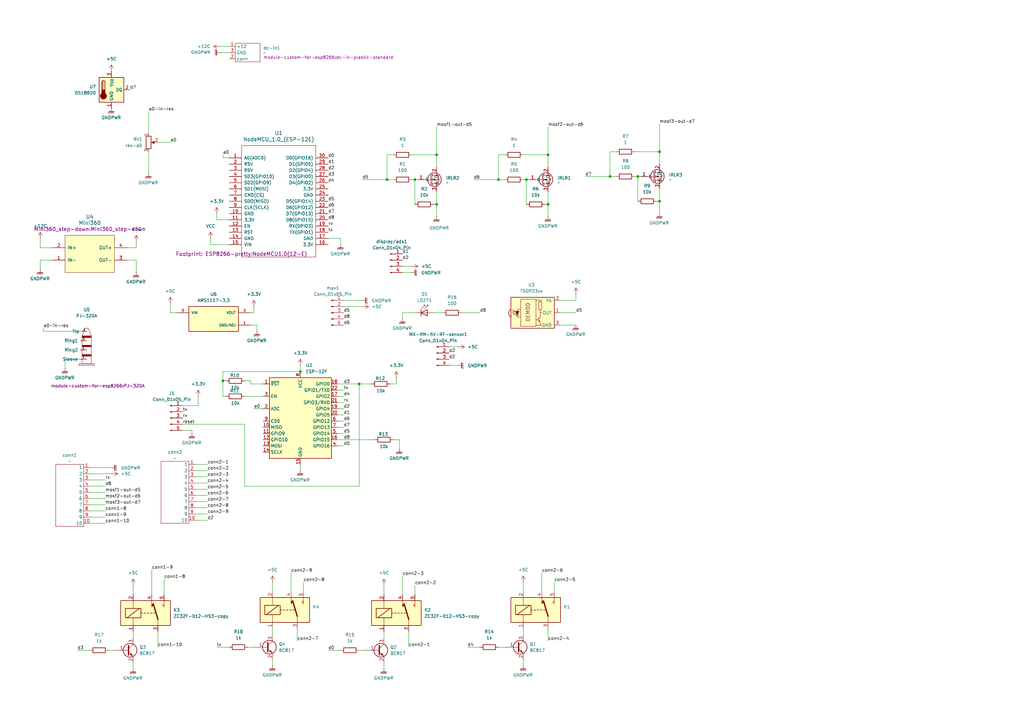
<source format=kicad_sch>
(kicad_sch (version 20231120) (generator "eeschema") (generator_version "8.0")
  (paper "A3")
  (lib_symbols
    (symbol "CONNECTOR-10_1"
      (property "Reference" "conn10" (at -5.842 -0.254 0))
      (symbol "CONNECTOR-10_1_1_0"
        (pin input line (at 3.81 -11.43 180) (length 2.54) (name "10") (number "10"))
        (pin input line (at 3.81 8.89 180) (length 2.54) (name "2") (number "2"))
        (pin input line (at 3.81 6.35 180) (length 2.54) (name "3") (number "3"))
        (pin input line (at 3.81 3.81 180) (length 2.54) (name "4") (number "4"))
        (pin input line (at 3.81 1.27 180) (length 2.54) (name "5") (number "5"))
        (pin input line (at 3.81 -1.27 180) (length 2.54) (name "6") (number "6"))
        (pin input line (at 3.81 -3.81 180) (length 2.54) (name "7") (number "7"))
        (pin input line (at 3.81 -6.35 180) (length 2.54) (name "8") (number "8"))
        (pin input line (at 3.81 -8.89 180) (length 2.54) (name "9") (number "9"))
      )
      (symbol "CONNECTOR-10_1_1_1"
        (pin input line (at 3.81 11.43 180) (length 2.54) (name "1") (number "1"))
      )
    )
    (symbol "Connector:Conn_01x04_Pin" (pin_names (offset 1.016) hide)
      (property "Reference" "J" (at 0 5.08 0))
      (property "Value" "Conn_01x04_Pin" (at 0 -7.62 0))
      (symbol "Conn_01x04_Pin_1_1"
        (pin passive line (at 5.08 2.54 180) (length 3.81) (name "Pin_1") (number "1"))
        (pin passive line (at 5.08 0 180) (length 3.81) (name "Pin_2") (number "2"))
        (pin passive line (at 5.08 -2.54 180) (length 3.81) (name "Pin_3") (number "3"))
        (pin passive line (at 5.08 -5.08 180) (length 3.81) (name "Pin_4") (number "4"))
      )
    )
    (symbol "Connector:Conn_01x05_Pin" (pin_names (offset 1.016) hide)
      (property "Reference" "J" (at 0 7.62 0))
      (property "Value" "Conn_01x05_Pin" (at 0 -7.62 0))
      (symbol "Conn_01x05_Pin_1_1"
        (pin passive line (at 5.08 5.08 180) (length 3.81) (name "Pin_1") (number "1"))
        (pin passive line (at 5.08 2.54 180) (length 3.81) (name "Pin_2") (number "2"))
        (pin passive line (at 5.08 0 180) (length 3.81) (name "Pin_3") (number "3"))
        (pin passive line (at 5.08 -2.54 180) (length 3.81) (name "Pin_4") (number "4"))
        (pin passive line (at 5.08 -5.08 180) (length 3.81) (name "Pin_5") (number "5"))
      )
    )
    (symbol "Device:R_Potentiometer" (pin_names (offset 1.016) hide)
      (property "Reference" "RV" (at -4.445 0 90))
      (property "Value" "R_Potentiometer" (at -2.54 0 90))
      (symbol "R_Potentiometer_1_1"
        (pin passive line (at 0 3.81 270) (length 1.27) (name "1") (number "1"))
        (pin passive line (at 3.81 0 180) (length 1.27) (name "2") (number "2"))
        (pin passive line (at 0 -3.81 90) (length 1.27) (name "3") (number "3"))
      )
    )
    (symbol "ESP8266_import1:NodeMCU_1.0_(ESP-12E)" (pin_names (offset 1.016))
      (property "Reference" "U1" (at 0 27.94 0))
      (property "Value" "NodeMCU_1.0_(ESP-12E)" (at 0 25.4 0))
      (symbol "NodeMCU_1.0_(ESP-12E)_1_1"
        (pin input line (at -20.32 17.78 0) (length 5.08) (name "A0(ADC0)") (number "1"))
        (pin input line (at -20.32 -5.08 0) (length 5.08) (name "GND") (number "10"))
        (pin power_out line (at -20.32 -7.62 0) (length 5.08) (name "3.3V") (number "11"))
        (pin input line (at -20.32 -10.16 0) (length 5.08) (name "EN") (number "12"))
        (pin input line (at -20.32 -12.7 0) (length 5.08) (name "RST") (number "13"))
        (pin power_in line (at -20.32 -15.24 0) (length 5.08) (name "GND") (number "14"))
        (pin power_in line (at -20.32 -17.78 0) (length 5.08) (name "VIN") (number "15"))
        (pin power_out line (at 20.32 -17.78 180) (length 5.08) (name "3.3V") (number "16"))
        (pin power_in line (at 20.32 -15.24 180) (length 5.08) (name "GND") (number "17"))
        (pin bidirectional line (at 20.32 -12.7 180) (length 5.08) (name "TX(GPIO1)") (number "18"))
        (pin bidirectional line (at 20.32 -10.16 180) (length 5.08) (name "RX(DPIO3)") (number "19"))
        (pin input line (at -20.32 15.24 0) (length 5.08) (name "RSV") (number "2"))
        (pin bidirectional line (at 20.32 -7.62 180) (length 5.08) (name "D8(GPIO15)") (number "20"))
        (pin bidirectional line (at 20.32 -5.08 180) (length 5.08) (name "D7(GPIO13)") (number "21"))
        (pin bidirectional line (at 20.32 -2.54 180) (length 5.08) (name "D6(GPIO12)") (number "22"))
        (pin bidirectional line (at 20.32 0 180) (length 5.08) (name "D5(GPIO14)") (number "23"))
        (pin power_in line (at 20.32 2.54 180) (length 5.08) (name "GND") (number "24"))
        (pin power_out line (at 20.32 5.08 180) (length 5.08) (name "3.3V") (number "25"))
        (pin bidirectional line (at 20.32 7.62 180) (length 5.08) (name "D4(GPIO2)") (number "26"))
        (pin bidirectional line (at 20.32 10.16 180) (length 5.08) (name "D3(GPIO0)") (number "27"))
        (pin bidirectional line (at 20.32 12.7 180) (length 5.08) (name "D2(GPIO4)") (number "28"))
        (pin bidirectional line (at 20.32 15.24 180) (length 5.08) (name "D1(GPIO5)") (number "29"))
        (pin input line (at -20.32 12.7 0) (length 5.08) (name "RSV") (number "3"))
        (pin bidirectional line (at 20.32 17.78 180) (length 5.08) (name "D0(GPIO16)") (number "30"))
        (pin bidirectional line (at -20.32 10.16 0) (length 5.08) (name "SD3(GPIO10)") (number "4"))
        (pin bidirectional line (at -20.32 7.62 0) (length 5.08) (name "SD2(GPIO9)") (number "5"))
        (pin bidirectional line (at -20.32 5.08 0) (length 5.08) (name "SD1(MOSI)") (number "6"))
        (pin bidirectional line (at -20.32 2.54 0) (length 5.08) (name "CMD(CS)") (number "7"))
        (pin bidirectional line (at -20.32 0 0) (length 5.08) (name "SDO(MISO)") (number "8"))
        (pin bidirectional line (at -20.32 -2.54 0) (length 5.08) (name "CLK(SCLK)") (number "9"))
      )
    )
    (symbol "IRLR3103_1"
      (property "Reference" "IRLR3103" (at 8.89 0 0))
      (symbol "IRLR3103_1_1_1"
        (pin input line (at -6.35 0 0) (length 2.54) (name "G") (number "1"))
        (pin passive line (at 1.27 5.08 270) (length 2.54) (name "D") (number "2"))
        (pin passive line (at 1.27 -5.08 90) (length 2.54) (name "S") (number "3"))
      )
    )
    (symbol "Interface_Optical:TSOP23xx" (pin_names (offset 1.016))
      (property "Reference" "U" (at -10.16 7.62 0))
      (property "Value" "TSOP23xx" (at -10.16 -7.62 0))
      (symbol "TSOP23xx_0_0"
        (text "DEMOD" (at -3.175 0.254 900) (effects (font (size 1.524 1.524))))
      )
      (symbol "TSOP23xx_1_1"
        (pin output line (at 10.16 0 180) (length 2.54) (name "OUT") (number "1"))
        (pin power_in line (at 10.16 5.08 180) (length 2.54) (name "Vs") (number "2"))
        (pin power_in line (at 10.16 -5.08 180) (length 2.54) (name "GND") (number "3"))
      )
    )
    (symbol "LED:LD271" (pin_numbers hide) (pin_names (offset 1.016) hide)
      (property "Reference" "D" (at 0.508 1.778 0))
      (property "Value" "LD271" (at -1.016 -2.794 0))
      (symbol "LD271_1_1"
        (pin passive line (at -5.08 0 0) (length 2.54) (name "K") (number "1"))
        (pin passive line (at 2.54 0 180) (length 2.54) (name "A") (number "2"))
      )
    )
    (symbol "PJ-320A_1" (pin_names (offset 1.016))
      (property "Reference" "U" (at 0 -1.905 0))
      (property "Value" "PJ-320A" (at 0 0 0))
      (property "Footprint" "module-custom-for-esp8266:PJ-320A" (at 0 0 0))
      (symbol "PJ-320A_1_1_1"
        (pin bidirectional line (at 0 3.81 180) (length 2.54) (name "Sleeve") (number "1"))
        (pin bidirectional line (at 0 15.24 180) (length 2.0066) (name "Tip") (number "2"))
        (pin bidirectional line (at 0 11.43 180) (length 2.54) (name "Ring1") (number "3"))
        (pin bidirectional line (at 0 7.62 180) (length 2.54) (name "Ring2") (number "4"))
      )
    )
    (symbol "RF_Module:ESP-12F"
      (property "Reference" "U" (at -12.7 19.05 0))
      (property "Value" "ESP-12F" (at 12.7 19.05 0))
      (symbol "ESP-12F_1_1"
        (pin input line (at -15.24 15.24 0) (length 2.54) (name "~{RST}") (number "1"))
        (pin bidirectional line (at -15.24 -2.54 0) (length 2.54) (name "MISO") (number "10"))
        (pin bidirectional line (at -15.24 -5.08 0) (length 2.54) (name "GPIO9") (number "11"))
        (pin bidirectional line (at -15.24 -7.62 0) (length 2.54) (name "GPIO10") (number "12"))
        (pin bidirectional line (at -15.24 -10.16 0) (length 2.54) (name "MOSI") (number "13"))
        (pin bidirectional line (at -15.24 -12.7 0) (length 2.54) (name "SCLK") (number "14"))
        (pin power_in line (at 0 -17.78 90) (length 2.54) (name "GND") (number "15"))
        (pin bidirectional line (at 15.24 -7.62 180) (length 2.54) (name "GPIO15") (number "16"))
        (pin bidirectional line (at 15.24 10.16 180) (length 2.54) (name "GPIO2") (number "17"))
        (pin bidirectional line (at 15.24 15.24 180) (length 2.54) (name "GPIO0") (number "18"))
        (pin bidirectional line (at 15.24 5.08 180) (length 2.54) (name "GPIO4") (number "19"))
        (pin input line (at -15.24 5.08 0) (length 2.54) (name "ADC") (number "2"))
        (pin bidirectional line (at 15.24 2.54 180) (length 2.54) (name "GPIO5") (number "20"))
        (pin bidirectional line (at 15.24 7.62 180) (length 2.54) (name "GPIO3/RXD") (number "21"))
        (pin bidirectional line (at 15.24 12.7 180) (length 2.54) (name "GPIO1/TXD") (number "22"))
        (pin input line (at -15.24 10.16 0) (length 2.54) (name "EN") (number "3"))
        (pin bidirectional line (at 15.24 -10.16 180) (length 2.54) (name "GPIO16") (number "4"))
        (pin bidirectional line (at 15.24 -5.08 180) (length 2.54) (name "GPIO14") (number "5"))
        (pin bidirectional line (at 15.24 0 180) (length 2.54) (name "GPIO12") (number "6"))
        (pin bidirectional line (at 15.24 -2.54 180) (length 2.54) (name "GPIO13") (number "7"))
        (pin power_in line (at 0 20.32 270) (length 2.54) (name "VCC") (number "8"))
        (pin input line (at -15.24 0 0) (length 2.54) (name "CS0") (number "9"))
      )
    )
    (symbol "Sensor_Temperature:DS18B20"
      (property "Reference" "U" (at -3.81 6.35 0))
      (property "Value" "DS18B20" (at 6.35 6.35 0))
      (symbol "DS18B20_1_1"
        (pin power_in line (at 0 -7.62 90) (length 2.54) (name "GND") (number "1"))
        (pin bidirectional line (at 7.62 0 180) (length 2.54) (name "DQ") (number "2"))
        (pin power_in line (at 0 7.62 270) (length 2.54) (name "V_{DD}") (number "3"))
      )
    )
    (symbol "Transistor_BJT:BC817" (pin_names (offset 0) hide)
      (property "Reference" "Q" (at 5.08 1.905 0))
      (property "Value" "BC817" (at 5.08 0 0))
      (symbol "BC817_1_1"
        (pin input line (at -5.08 0 0) (length 5.715) (name "B") (number "1"))
        (pin passive line (at 2.54 -5.08 90) (length 2.54) (name "E") (number "2"))
        (pin passive line (at 2.54 5.08 270) (length 2.54) (name "C") (number "3"))
      )
    )
    (symbol "models:AMS1117-3.3" (pin_names (offset 1.016))
      (property "Reference" "U" (at -10.16 5.588 0))
      (property "Value" "AMS1117-3.3" (at -10.16 -8.128 0))
      (symbol "AMS1117-3.3_0_0"
        (pin power_in line (at 15.24 -2.54 180) (length 5.08) (name "GND/ADJ") (number "1"))
        (pin output line (at 15.24 2.54 180) (length 5.08) (name "VOUT") (number "2"))
        (pin input line (at -15.24 2.54 0) (length 5.08) (name "VIN") (number "3"))
      )
    )
    (symbol "models:CONNECTOR-10"
      (property "Reference" "conn10" (at -5.842 -0.254 0))
      (symbol "CONNECTOR-10_1_0"
        (pin input line (at 3.81 -11.43 180) (length 2.54) (name "10") (number "10"))
        (pin input line (at 3.81 8.89 180) (length 2.54) (name "2") (number "2"))
        (pin input line (at 3.81 6.35 180) (length 2.54) (name "3") (number "3"))
        (pin input line (at 3.81 3.81 180) (length 2.54) (name "4") (number "4"))
        (pin input line (at 3.81 1.27 180) (length 2.54) (name "5") (number "5"))
        (pin input line (at 3.81 -1.27 180) (length 2.54) (name "6") (number "6"))
        (pin input line (at 3.81 -3.81 180) (length 2.54) (name "7") (number "7"))
        (pin input line (at 3.81 -6.35 180) (length 2.54) (name "8") (number "8"))
        (pin input line (at 3.81 -8.89 180) (length 2.54) (name "9") (number "9"))
      )
      (symbol "CONNECTOR-10_1_1"
        (pin input line (at 3.81 11.43 180) (length 2.54) (name "1") (number "1"))
      )
    )
    (symbol "models:IRLR3103"
      (property "Reference" "IRLR3103" (at 8.89 0 0))
      (symbol "IRLR3103_1_1"
        (pin input line (at -6.35 0 0) (length 2.54) (name "G") (number "1"))
        (pin passive line (at 1.27 5.08 270) (length 2.54) (name "D") (number "2"))
        (pin passive line (at 1.27 -5.08 90) (length 2.54) (name "S") (number "3"))
      )
    )
    (symbol "models:Mini360" (pin_names (offset 1.016))
      (property "Reference" "U" (at 0 -5.08 0))
      (property "Value" "Mini360" (at 0 5.08 0))
      (property "Footprint" "Mini360_step-down:Mini360_step-down" (at 1.27 -11.43 0))
      (symbol "Mini360_1_1"
        (pin power_in line (at -15.24 -2.54 0) (length 5.08) (name "IN-") (number "1"))
        (pin power_in line (at -15.24 2.54 0) (length 5.08) (name "IN+") (number "2"))
        (pin power_out line (at 15.24 -2.54 180) (length 5.08) (name "OUT-") (number "3"))
        (pin power_out line (at 15.24 2.54 180) (length 5.08) (name "OUT+") (number "4"))
      )
    )
    (symbol "models:ZC32F-012-HS3-copy"
      (property "Reference" "K" (at 11.43 3.81 0))
      (property "Value" "ZC32F-012-HS3-copy" (at 11.43 1.27 0))
      (symbol "ZC32F-012-HS3-copy_1_1"
        (pin passive line (at -5.08 -7.62 90) (length 2.54) (name "~") (number "1"))
        (pin passive line (at -5.08 7.62 270) (length 2.54) (name "~") (number "2"))
        (pin passive line (at 5.08 -7.62 90) (length 2.54) (name "~") (number "3"))
        (pin passive line (at 2.54 7.62 270) (length 2.54) (name "~") (number "4"))
        (pin passive line (at 7.62 7.62 270) (length 2.54) (name "~") (number "5"))
      )
    )
    (symbol "models:c-in-plastic-standard"
      (property "Reference" "dc-in" (at 3.81 2.286 0))
      (property "Footprint" "module-custom-for-esp8266:dc-in-plastic-standard" (at 5.588 4.064 0))
      (symbol "c-in-plastic-standard_1_1"
        (pin input line (at -3.81 0 0) (length 2.54) (name "+12") (number "1"))
        (pin input line (at -3.81 -5.08 0) (length 2.54) (name "conn") (number "2"))
        (pin input line (at -3.81 -2.54 0) (length 2.54) (name "GND") (number "3"))
      )
    )
    (symbol "power:+12C" (power) (pin_numbers hide) (pin_names (offset 0) hide)
      (property "Value" "+12C" (at 0 3.556 0))
      (symbol "+12C_1_1"
        (pin power_in line (at 0 0 90) (length 0) (name "~") (number "1"))
      )
    )
    (symbol "power:+3.3V" (power) (pin_numbers hide) (pin_names (offset 0) hide)
      (property "Value" "+3.3V" (at 0 3.556 0))
      (symbol "+3.3V_1_1"
        (pin power_in line (at 0 0 90) (length 0) (name "~") (number "1"))
      )
    )
    (symbol "power:+5C" (power) (pin_numbers hide) (pin_names (offset 0) hide)
      (property "Value" "+5C" (at 0 3.556 0))
      (symbol "+5C_1_1"
        (pin power_in line (at 0 0 90) (length 0) (name "~") (number "1"))
      )
    )
    (symbol "power:GNDPWR" (power) (pin_numbers hide) (pin_names (offset 0) hide)
      (property "Value" "GNDPWR" (at 0 -3.302 0))
      (symbol "GNDPWR_1_1"
        (pin power_in line (at 0 0 270) (length 0) (name "~") (number "1"))
      )
    )
    (symbol "power:VCC" (power) (pin_numbers hide) (pin_names (offset 0) hide)
      (property "Value" "VCC" (at 0 3.556 0))
      (symbol "VCC_1_1"
        (pin power_in line (at 0 0 90) (length 0) (name "~") (number "1"))
      )
    )
    (symbol "resistor:R-base" (pin_numbers hide) (pin_names (offset 0))
      (property "Reference" "R" (at 2.032 0 90))
      (property "Value" "R-base" (at 0 0 90))
      (symbol "R-base_1_1"
        (pin passive line (at 0 3.81 270) (length 1.27) (name "~") (number "1"))
        (pin passive line (at 0 -3.81 90) (length 1.27) (name "~") (number "2"))
      )
    )
  )
  (junction (at 261.62 72.39))
  (junction (at 170.18 73.66))
  (junction (at 91.44 156.21))
  (junction (at 215.9 73.66))
  (junction (at 179.07 83.82))
  (junction (at 224.79 63.5))
  (junction (at 158.75 73.66))
  (junction (at 179.07 63.5))
  (junction (at 147.32 157.48))
  (junction (at 204.47 73.66))
  (junction (at 123.19 152.4))
  (junction (at 250.19 72.39))
  (junction (at 224.79 83.82))
  (junction (at 270.51 82.55))
  (junction (at 270.51 62.23))
  (wire (pts (xy 16.51 97.79) (xy 16.51 101.6)))
  (wire (pts (xy 261.62 72.39) (xy 262.89 72.39)))
  (wire (pts (xy 270.51 50.8) (xy 270.51 62.23)))
  (wire (pts (xy 162.56 157.48) (xy 162.56 154.94)))
  (wire (pts (xy 224.79 63.5) (xy 214.63 63.5)))
  (wire (pts (xy 100.33 156.21) (xy 102.87 156.21)))
  (wire (pts (xy 134.62 266.7) (xy 139.7 266.7)))
  (wire (pts (xy 204.47 63.5) (xy 207.01 63.5)))
  (wire (pts (xy 161.29 180.34) (xy 163.83 180.34)))
  (wire (pts (xy 170.18 240.03) (xy 170.18 243.84)))
  (wire (pts (xy 54.61 259.08) (xy 54.61 261.62)))
  (wire (pts (xy 111.76 238.76) (xy 111.76 242.57)))
  (wire (pts (xy 74.93 176.53) (xy 78.74 176.53)))
  (wire (pts (xy 64.77 259.08) (xy 64.77 265.43)))
  (wire (pts (xy 101.6 265.43) (xy 104.14 265.43)))
  (wire (pts (xy 147.32 199.39) (xy 147.32 157.48)))
  (wire (pts (xy 165.1 128.27) (xy 170.18 128.27)))
  (wire (pts (xy 184.15 142.24) (xy 187.96 142.24)))
  (wire (pts (xy 105.41 133.35) (xy 105.41 135.89)))
  (wire (pts (xy 138.43 167.64) (xy 140.97 167.64)))
  (wire (pts (xy 69.85 128.27) (xy 72.39 128.27)))
  (wire (pts (xy 214.63 270.51) (xy 214.63 273.05)))
  (wire (pts (xy 91.44 63.5) (xy 91.44 64.77)))
  (wire (pts (xy 269.24 82.55) (xy 270.51 82.55)))
  (wire (pts (xy 270.51 67.31) (xy 270.51 62.23)))
  (wire (pts (xy 16.51 106.68) (xy 21.59 106.68)))
  (wire (pts (xy 88.9 90.17) (xy 93.98 90.17)))
  (wire (pts (xy 240.03 72.39) (xy 250.19 72.39)))
  (wire (pts (xy 64.77 58.42) (xy 69.85 58.42)))
  (wire (pts (xy 36.83 194.31) (xy 45.72 194.31)))
  (wire (pts (xy 138.43 180.34) (xy 153.67 180.34)))
  (wire (pts (xy 36.83 201.93) (xy 43.18 201.93)))
  (wire (pts (xy 140.97 123.19) (xy 148.59 123.19)))
  (wire (pts (xy 229.87 123.19) (xy 236.22 123.19)))
  (wire (pts (xy 26.67 147.32) (xy 26.67 151.13)))
  (wire (pts (xy 223.52 83.82) (xy 224.79 83.82)))
  (wire (pts (xy 102.87 133.35) (xy 105.41 133.35)))
  (wire (pts (xy 31.75 266.7) (xy 36.83 266.7)))
  (wire (pts (xy 157.48 271.78) (xy 157.48 274.32)))
  (wire (pts (xy 86.36 100.33) (xy 93.98 100.33)))
  (wire (pts (xy 148.59 73.66) (xy 158.75 73.66)))
  (wire (pts (xy 138.43 177.8) (xy 140.97 177.8)))
  (wire (pts (xy 80.01 210.82) (xy 85.09 210.82)))
  (wire (pts (xy 140.97 125.73) (xy 148.59 125.73)))
  (wire (pts (xy 111.76 257.81) (xy 111.76 260.35)))
  (wire (pts (xy 91.44 152.4) (xy 91.44 156.21)))
  (wire (pts (xy 138.43 182.88) (xy 140.97 182.88)))
  (wire (pts (xy 55.88 106.68) (xy 55.88 111.76)))
  (wire (pts (xy 158.75 63.5) (xy 161.29 63.5)))
  (wire (pts (xy 250.19 72.39) (xy 250.19 62.23)))
  (wire (pts (xy 215.9 73.66) (xy 215.9 83.82)))
  (wire (pts (xy 236.22 123.19) (xy 236.22 120.65)))
  (wire (pts (xy 138.43 170.18) (xy 140.97 170.18)))
  (wire (pts (xy 80.01 190.5) (xy 85.09 190.5)))
  (wire (pts (xy 191.77 265.43) (xy 196.85 265.43)))
  (wire (pts (xy 104.14 125.73) (xy 104.14 128.27)))
  (wire (pts (xy 184.15 149.86) (xy 187.96 149.86)))
  (wire (pts (xy 91.44 152.4) (xy 123.19 152.4)))
  (wire (pts (xy 224.79 257.81) (xy 224.79 262.89)))
  (wire (pts (xy 214.63 238.76) (xy 214.63 242.57)))
  (wire (pts (xy 54.61 271.78) (xy 54.61 274.32)))
  (wire (pts (xy 260.35 72.39) (xy 261.62 72.39)))
  (wire (pts (xy 102.87 157.48) (xy 107.95 157.48)))
  (wire (pts (xy 36.83 196.85) (xy 43.18 196.85)))
  (wire (pts (xy 157.48 240.03) (xy 157.48 243.84)))
  (wire (pts (xy 170.18 73.66) (xy 171.45 73.66)))
  (wire (pts (xy 60.96 45.72) (xy 60.96 54.61)))
  (wire (pts (xy 80.01 213.36) (xy 85.09 213.36)))
  (wire (pts (xy 100.33 162.56) (xy 107.95 162.56)))
  (wire (pts (xy 229.87 128.27) (xy 236.22 128.27)))
  (wire (pts (xy 92.71 162.56) (xy 91.44 162.56)))
  (wire (pts (xy 90.17 21.59) (xy 93.98 21.59)))
  (wire (pts (xy 214.63 73.66) (xy 215.9 73.66)))
  (wire (pts (xy 138.43 175.26) (xy 140.97 175.26)))
  (wire (pts (xy 179.07 52.07) (xy 179.07 63.5)))
  (wire (pts (xy 91.44 156.21) (xy 91.44 162.56)))
  (wire (pts (xy 170.18 73.66) (xy 170.18 83.82)))
  (wire (pts (xy 139.7 97.79) (xy 139.7 100.33)))
  (wire (pts (xy 179.07 68.58) (xy 179.07 63.5)))
  (wire (pts (xy 215.9 73.66) (xy 217.17 73.66)))
  (wire (pts (xy 44.45 266.7) (xy 46.99 266.7)))
  (wire (pts (xy 123.19 190.5) (xy 123.19 193.04)))
  (wire (pts (xy 104.14 128.27) (xy 102.87 128.27)))
  (wire (pts (xy 229.87 133.35) (xy 236.22 133.35)))
  (wire (pts (xy 224.79 68.58) (xy 224.79 63.5)))
  (wire (pts (xy 179.07 83.82) (xy 179.07 88.9)))
  (wire (pts (xy 270.51 62.23) (xy 260.35 62.23)))
  (wire (pts (xy 100.33 173.99) (xy 100.33 199.39)))
  (wire (pts (xy 177.8 83.82) (xy 179.07 83.82)))
  (wire (pts (xy 179.07 63.5) (xy 168.91 63.5)))
  (wire (pts (xy 140.97 162.56) (xy 138.43 162.56)))
  (wire (pts (xy 214.63 257.81) (xy 214.63 260.35)))
  (wire (pts (xy 134.62 97.79) (xy 139.7 97.79)))
  (wire (pts (xy 55.88 101.6) (xy 52.07 101.6)))
  (wire (pts (xy 224.79 83.82) (xy 224.79 78.74)))
  (wire (pts (xy 90.17 19.05) (xy 93.98 19.05)))
  (wire (pts (xy 189.23 128.27) (xy 196.85 128.27)))
  (wire (pts (xy 177.8 128.27) (xy 181.61 128.27)))
  (wire (pts (xy 261.62 72.39) (xy 261.62 82.55)))
  (wire (pts (xy 224.79 52.07) (xy 224.79 63.5)))
  (wire (pts (xy 222.25 234.95) (xy 222.25 242.57)))
  (wire (pts (xy 179.07 83.82) (xy 179.07 78.74)))
  (wire (pts (xy 80.01 203.2) (xy 85.09 203.2)))
  (wire (pts (xy 100.33 199.39) (xy 147.32 199.39)))
  (wire (pts (xy 224.79 83.82) (xy 224.79 88.9)))
  (wire (pts (xy 16.51 110.49) (xy 16.51 106.68)))
  (wire (pts (xy 36.83 212.09) (xy 43.18 212.09)))
  (wire (pts (xy 26.67 147.32) (xy 35.56 147.32)))
  (wire (pts (xy 111.76 270.51) (xy 111.76 273.05)))
  (wire (pts (xy 36.83 204.47) (xy 43.18 204.47)))
  (wire (pts (xy 36.83 209.55) (xy 43.18 209.55)))
  (wire (pts (xy 167.64 259.08) (xy 167.64 265.43)))
  (wire (pts (xy 36.83 199.39) (xy 43.18 199.39)))
  (wire (pts (xy 250.19 62.23) (xy 252.73 62.23)))
  (wire (pts (xy 17.78 135.89) (xy 35.56 135.89)))
  (wire (pts (xy 204.47 265.43) (xy 207.01 265.43)))
  (wire (pts (xy 102.87 156.21) (xy 102.87 157.48)))
  (wire (pts (xy 81.28 162.56) (xy 81.28 166.37)))
  (wire (pts (xy 204.47 73.66) (xy 207.01 73.66)))
  (wire (pts (xy 80.01 205.74) (xy 85.09 205.74)))
  (wire (pts (xy 119.38 234.95) (xy 119.38 242.57)))
  (wire (pts (xy 204.47 73.66) (xy 204.47 63.5)))
  (wire (pts (xy 270.51 82.55) (xy 270.51 77.47)))
  (wire (pts (xy 86.36 97.79) (xy 86.36 100.33)))
  (wire (pts (xy 80.01 195.58) (xy 85.09 195.58)))
  (wire (pts (xy 227.33 238.76) (xy 227.33 242.57)))
  (wire (pts (xy 36.83 191.77) (xy 45.72 191.77)))
  (wire (pts (xy 36.83 207.01) (xy 43.18 207.01)))
  (wire (pts (xy 250.19 72.39) (xy 252.73 72.39)))
  (wire (pts (xy 138.43 172.72) (xy 140.97 172.72)))
  (wire (pts (xy 165.1 111.76) (xy 168.91 111.76)))
  (wire (pts (xy 158.75 73.66) (xy 158.75 63.5)))
  (wire (pts (xy 123.19 149.86) (xy 123.19 152.4)))
  (wire (pts (xy 270.51 82.55) (xy 270.51 87.63)))
  (wire (pts (xy 168.91 73.66) (xy 170.18 73.66)))
  (wire (pts (xy 165.1 109.22) (xy 168.91 109.22)))
  (wire (pts (xy 194.31 73.66) (xy 204.47 73.66)))
  (wire (pts (xy 158.75 73.66) (xy 161.29 73.66)))
  (wire (pts (xy 163.83 180.34) (xy 163.83 184.15)))
  (wire (pts (xy 36.83 214.63) (xy 43.18 214.63)))
  (wire (pts (xy 140.97 165.1) (xy 138.43 165.1)))
  (wire (pts (xy 91.44 156.21) (xy 92.71 156.21)))
  (wire (pts (xy 160.02 157.48) (xy 162.56 157.48)))
  (wire (pts (xy 147.32 266.7) (xy 149.86 266.7)))
  (wire (pts (xy 55.88 99.06) (xy 55.88 101.6)))
  (wire (pts (xy 88.9 87.63) (xy 88.9 90.17)))
  (wire (pts (xy 74.93 166.37) (xy 81.28 166.37)))
  (wire (pts (xy 121.92 257.81) (xy 121.92 262.89)))
  (wire (pts (xy 74.93 173.99) (xy 100.33 173.99)))
  (wire (pts (xy 138.43 157.48) (xy 147.32 157.48)))
  (wire (pts (xy 17.78 134.62) (xy 17.78 135.89)))
  (wire (pts (xy 80.01 193.04) (xy 85.09 193.04)))
  (wire (pts (xy 60.96 62.23) (xy 60.96 71.12)))
  (wire (pts (xy 62.23 233.68) (xy 62.23 243.84)))
  (wire (pts (xy 78.74 176.53) (xy 78.74 177.8)))
  (wire (pts (xy 80.01 208.28) (xy 85.09 208.28)))
  (wire (pts (xy 165.1 130.81) (xy 165.1 128.27)))
  (wire (pts (xy 157.48 259.08) (xy 157.48 261.62)))
  (wire (pts (xy 124.46 238.76) (xy 124.46 242.57)))
  (wire (pts (xy 104.14 167.64) (xy 107.95 167.64)))
  (wire (pts (xy 88.9 265.43) (xy 93.98 265.43)))
  (wire (pts (xy 91.44 64.77) (xy 93.98 64.77)))
  (wire (pts (xy 140.97 160.02) (xy 138.43 160.02)))
  (wire (pts (xy 80.01 200.66) (xy 85.09 200.66)))
  (wire (pts (xy 69.85 124.46) (xy 69.85 128.27)))
  (wire (pts (xy 52.07 106.68) (xy 55.88 106.68)))
  (wire (pts (xy 165.1 236.22) (xy 165.1 243.84)))
  (wire (pts (xy 147.32 157.48) (xy 152.4 157.48)))
  (wire (pts (xy 16.51 101.6) (xy 21.59 101.6)))
  (wire (pts (xy 80.01 198.12) (xy 85.09 198.12)))
  (wire (pts (xy 67.31 237.49) (xy 67.31 243.84)))
  (wire (pts (xy 54.61 240.03) (xy 54.61 243.84)))
  (label "d2" (at 140.97 167.64 0))
  (label "d8" (at 134.62 90.17 0))
  (label "mosf3-out-d7" (at 270.51 50.8 0))
  (label "d5" (at 236.22 128.27 0))
  (label "rx" (at 140.97 165.1 0))
  (label "d0" (at 134.62 266.7 0))
  (label "conn2-7" (at 85.09 205.74 0))
  (label "conn2-1" (at 167.64 265.43 0))
  (label "a0" (at 69.85 58.42 0))
  (label "conn1-9" (at 43.18 212.09 0))
  (label "d0" (at 134.62 64.77 0))
  (label "a0" (at 91.44 63.5 0))
  (label "tx" (at 140.97 160.02 0))
  (label "conn2-3" (at 85.09 195.58 0))
  (label "mosf1-out-d5" (at 43.18 201.93 0))
  (label "rx" (at 74.93 171.45 0))
  (label "conn2-4" (at 85.09 198.12 0))
  (label "tx" (at 134.62 95.25 0))
  (label "mosf3-out-d7" (at 43.18 207.01 0))
  (label "a0" (at 104.14 167.64 0))
  (label "rx" (at 134.62 92.71 0))
  (label "conn2-7" (at 121.92 262.89 0))
  (label "conn2-5" (at 227.33 238.76 0))
  (label "conn2-8" (at 124.46 238.76 0))
  (label "d7" (at 53.34 36.83 0))
  (label "d2" (at 165.1 106.68 0))
  (label "mosf1-out-d5" (at 179.07 52.07 0))
  (label "d8" (at 140.97 130.81 0))
  (label "conn1-8" (at 67.31 237.49 0))
  (label "d5" (at 148.59 73.66 0))
  (label "conn2-9" (at 119.38 234.95 0))
  (label "reset" (at 74.93 173.99 0))
  (label "d4" (at 191.77 265.43 0))
  (label "d8" (at 43.18 199.39 0))
  (label "conn2-6" (at 85.09 203.2 0))
  (label "d1" (at 165.1 104.14 0))
  (label "d8" (at 140.97 180.34 0))
  (label "d4" (at 140.97 162.56 0))
  (label "d5" (at 140.97 128.27 0))
  (label "d6" (at 134.62 85.09 0))
  (label "d7" (at 134.62 87.63 0))
  (label "d7" (at 240.03 72.39 0))
  (label "conn2-2" (at 85.09 193.04 0))
  (label "d2" (at 184.15 147.32 0))
  (label "d3" (at 134.62 72.39 0))
  (label "d2" (at 85.09 213.36 0))
  (label "d1" (at 134.62 67.31 0))
  (label "mosf2-out-d6" (at 43.18 204.47 0))
  (label "d3" (at 140.97 157.48 0))
  (label "d8" (at 196.85 128.27 0))
  (label "tx" (at 74.93 168.91 0))
  (label "rx" (at 43.18 196.85 0))
  (label "conn2-8" (at 85.09 208.28 0))
  (label "conn1-9" (at 62.23 233.68 0))
  (label "d5" (at 134.62 82.55 0))
  (label "mosf2-out-d6" (at 224.79 52.07 0))
  (label "conn1-10" (at 64.77 265.43 0))
  (label "d1" (at 140.97 170.18 0))
  (label "conn2-2" (at 170.18 240.03 0))
  (label "d2" (at 184.15 144.78 0))
  (label "d6" (at 140.97 133.35 0))
  (label "d6" (at 140.97 172.72 0))
  (label "conn1-8" (at 43.18 209.55 0))
  (label "d2" (at 134.62 69.85 0))
  (label "conn1-10" (at 43.18 214.63 0))
  (label "conn2-1" (at 85.09 190.5 0))
  (label "d7" (at 140.97 175.26 0))
  (label "conn2-3" (at 165.1 236.22 0))
  (label "conn2-4" (at 224.79 262.89 0))
  (label "d5" (at 140.97 177.8 0))
  (label "a0-in-res" (at 60.96 45.72 0))
  (label "d0" (at 140.97 182.88 0))
  (label "conn2-5" (at 85.09 200.66 0))
  (label "d3" (at 31.75 266.7 0))
  (label "d4" (at 134.62 74.93 0))
  (label "a0-in-res" (at 17.78 134.62 0))
  (label "tx" (at 88.9 265.43 0))
  (label "conn2-6" (at 222.25 234.95 0))
  (label "conn2-9" (at 85.09 210.82 0))
  (label "d6" (at 194.31 73.66 0))
  (symbol (lib_id "models:ZC32F-012-HS3-copy") (at 59.69 251.46 0) (unit 1)
    (property "Reference" "K3" (at 71.12 250.1899 0) (effects (justify left)))
    (property "Value" "ZC32F-012-HS3-copy" (at 71.12 252.7299 0) (effects (justify left)))
    (property "Footprint" "module-custom-for-esp8266:ZC32F-012-HS3" (effects (hide yes)))
    (property "Datasheet" "https://standexelectronics.com/wp-content/uploads/datasheet_reed_relay_SIL.pdf" (effects (hide yes)))
    (property "Description" "Standex Meder SIL reed relay, SPDT" (effects (hide yes)))
  )
  (symbol (lib_id "Connector:Conn_01x04_Pin") (at 160.02 106.68 0) (unit 1)
    (property "Reference" "display/ads1" (at 160.655 99.06 0))
    (property "Value" "Conn_01x04_Pin" (at 160.655 101.6 0))
    (property "Footprint" "Connector_PinHeader_2.54mm:PinHeader_1x04_P2.54mm_Vertical" (effects (hide yes)))
    (property "Description" "Generic connector, single row, 01x04, script generated" (effects (hide yes)))
  )
  (symbol (lib_id "Connector:Conn_01x04_Pin") (at 179.07 144.78 0) (unit 1)
    (property "Reference" "MX-RM-5V-RF-sensor1" (at 179.705 137.16 0))
    (property "Value" "Conn_01x04_Pin" (at 179.705 139.7 0))
    (property "Footprint" "module-custom-for-esp8266:RF_Receiver_433_MHz" (effects (hide yes)))
    (property "Description" "Generic connector, single row, 01x04, script generated" (effects (hide yes)))
  )
  (symbol (lib_id "resistor:R-base") (at 96.52 156.21 90) (unit 1)
    (property "Reference" "R10" (at 96.266 153.924 90))
    (property "Value" "10k" (at 96.52 159.004 90))
    (property "Footprint" "Resistor_SMD:R_0805_2012Metric" (effects (hide yes)))
    (property "Description" "Resistor" (effects (hide yes)))
  )
  (symbol (lib_id "power:GNDPWR") (at 16.51 110.49 0) (unit 1)
    (property "Reference" "#PWR022" (effects (hide yes)))
    (property "Value" "GNDPWR" (at 16.383 114.3 0))
    (property "Description" "Power symbol creates a global label with name \"GNDPWR\" , global ground" (effects (hide yes)))
  )
  (symbol (lib_id "power:+5C") (at 111.76 238.76 0) (unit 1)
    (property "Reference" "#PWR035" (effects (hide yes)))
    (property "Value" "+5C" (at 111.76 233.68 0))
    (property "Description" "Power symbol creates a global label with name \"+5C\"" (effects (hide yes)))
  )
  (symbol (lib_id "power:GNDPWR") (at 157.48 274.32 0) (unit 1)
    (property "Reference" "#PWR029" (effects (hide yes)))
    (property "Value" "GNDPWR" (at 157.353 278.13 0))
    (property "Description" "Power symbol creates a global label with name \"GNDPWR\" , global ground" (effects (hide yes)))
  )
  (symbol (lib_id "resistor:R-base") (at 40.64 266.7 270) (unit 1)
    (property "Reference" "R17" (at 40.64 260.35 90))
    (property "Value" "1k" (at 40.64 262.89 90))
    (property "Footprint" "Resistor_SMD:R_0805_2012Metric" (effects (hide yes)))
    (property "Description" "Resistor" (effects (hide yes)))
  )
  (symbol (lib_id "power:+5C") (at 168.91 109.22 270) (unit 1)
    (property "Reference" "#PWR041" (effects (hide yes)))
    (property "Value" "+5C" (at 172.72 109.2199 90) (effects (justify left)))
    (property "Description" "Power symbol creates a global label with name \"+5C\"" (effects (hide yes)))
  )
  (symbol (lib_id "models:ZC32F-012-HS3-copy") (at 162.56 251.46 0) (unit 1)
    (property "Reference" "K2" (at 173.99 250.1899 0) (effects (justify left)))
    (property "Value" "ZC32F-012-HS3-copy" (at 173.99 252.7299 0) (effects (justify left)))
    (property "Footprint" "module-custom-for-esp8266:ZC32F-012-HS3" (effects (hide yes)))
    (property "Datasheet" "https://standexelectronics.com/wp-content/uploads/datasheet_reed_relay_SIL.pdf" (effects (hide yes)))
    (property "Description" "Standex Meder SIL reed relay, SPDT" (effects (hide yes)))
  )
  (symbol (lib_id "Connector:Conn_01x05_Pin") (at 69.85 171.45 0) (unit 1)
    (property "Reference" "J1" (at 70.485 161.29 0))
    (property "Value" "Conn_01x05_Pin" (at 70.485 163.83 0))
    (property "Footprint" "Connector_PinHeader_2.54mm:PinHeader_1x05_P2.54mm_Vertical" (effects (hide yes)))
    (property "Description" "Generic connector, single row, 01x05, script generated" (effects (hide yes)))
  )
  (symbol (lib_id "Connector:Conn_01x05_Pin") (at 135.89 128.27 0) (unit 1)
    (property "Reference" "max1" (at 136.525 118.11 0))
    (property "Value" "Conn_01x05_Pin" (at 136.525 120.65 0))
    (property "Footprint" "Connector_PinHeader_2.54mm:PinHeader_1x05_P2.54mm_Vertical" (effects (hide yes)))
    (property "Description" "Generic connector, single row, 01x05, script generated" (effects (hide yes)))
  )
  (symbol (lib_id "power:+3.3V") (at 81.28 162.56 0) (unit 1)
    (property "Reference" "#PWR014" (effects (hide yes)))
    (property "Value" "+3.3V" (at 81.28 157.48 0))
    (property "Description" "Power symbol creates a global label with name \"+3.3V\"" (effects (hide yes)))
  )
  (symbol (lib_id "Device:R_Potentiometer") (at 60.96 58.42 0) (unit 1)
    (property "Reference" "RV1" (at 58.42 57.1499 0) (effects (justify right)))
    (property "Value" "res-a0" (at 58.42 59.6899 0) (effects (justify right)))
    (property "Footprint" "Potentiometer_THT:Potentiometer_Bourns_3266Y_Vertical" (effects (hide yes)))
    (property "Description" "Potentiometer" (effects (hide yes)))
  )
  (symbol (lib_id "power:GNDPWR") (at 236.22 133.35 0) (unit 1)
    (property "Reference" "#PWR031" (effects (hide yes)))
    (property "Value" "GNDPWR" (at 236.093 137.16 0))
    (property "Description" "Power symbol creates a global label with name \"GNDPWR\" , global ground" (effects (hide yes)))
  )
  (symbol (lib_id "power:+5C") (at 187.96 142.24 270) (unit 1)
    (property "Reference" "#PWR043" (effects (hide yes)))
    (property "Value" "+5C" (at 191.77 142.2399 90) (effects (justify left)))
    (property "Description" "Power symbol creates a global label with name \"+5C\"" (effects (hide yes)))
  )
  (symbol (lib_id "models:ZC32F-012-HS3-copy") (at 116.84 250.19 0) (unit 1)
    (property "Reference" "K4" (at 128.27 248.9199 0) (effects (justify left)))
    (property "Value" "ZC32F-012-HS3-copy" (effects (hide yes)))
    (property "Footprint" "module-custom-for-esp8266:ZC32F-012-HS3" (effects (hide yes)))
    (property "Datasheet" "https://standexelectronics.com/wp-content/uploads/datasheet_reed_relay_SIL.pdf" (effects (hide yes)))
    (property "Description" "Standex Meder SIL reed relay, SPDT" (effects (hide yes)))
  )
  (symbol (lib_id "power:GNDPWR") (at 168.91 111.76 90) (unit 1)
    (property "Reference" "#PWR042" (effects (hide yes)))
    (property "Value" "GNDPWR" (at 172.72 111.8869 90) (effects (justify right)))
    (property "Description" "Power symbol creates a global label with name \"GNDPWR\" , global ground" (effects (hide yes)))
  )
  (symbol (lib_id "resistor:R-base") (at 256.54 62.23 90) (unit 1)
    (property "Reference" "R7" (at 256.54 55.88 90))
    (property "Value" "1" (at 256.54 58.42 90))
    (property "Footprint" "Resistor_SMD:R_0805_2012Metric" (effects (hide yes)))
    (property "Description" "Resistor" (effects (hide yes)))
  )
  (symbol (lib_id "power:GNDPWR") (at 60.96 71.12 0) (unit 1)
    (property "Reference" "#PWR03" (effects (hide yes)))
    (property "Value" "GNDPWR" (at 60.833 74.93 0))
    (property "Description" "Power symbol creates a global label with name \"GNDPWR\" , global ground" (effects (hide yes)))
  )
  (symbol (lib_id "resistor:R-base") (at 143.51 266.7 270) (unit 1)
    (property "Reference" "R15" (at 143.51 260.35 90))
    (property "Value" "1k" (at 143.51 262.89 90))
    (property "Footprint" "Resistor_SMD:R_0805_2012Metric" (effects (hide yes)))
    (property "Description" "Resistor" (effects (hide yes)))
  )
  (symbol (lib_id "power:+5C") (at 148.59 125.73 270) (unit 1)
    (property "Reference" "#PWR040" (effects (hide yes)))
    (property "Value" "+5C" (at 152.4 125.7299 90) (effects (justify left)))
    (property "Description" "Power symbol creates a global label with name \"+5C\"" (effects (hide yes)))
  )
  (symbol (lib_name "IRLR3103_1") (lib_id "models:IRLR3103") (at 223.52 73.66 0) (unit 1)
    (property "Reference" "IRLR1" (at 228.6 73.0249 0) (effects (justify left)))
    (property "Value" "~" (at 228.6 74.93 0) (effects (justify left)))
    (property "Footprint" "Package_TO_SOT_SMD:TO-252-2" (effects (hide yes)))
  )
  (symbol (lib_id "power:GNDPWR") (at 105.41 135.89 0) (unit 1)
    (property "Reference" "#PWR026" (effects (hide yes)))
    (property "Value" "GNDPWR" (at 105.283 139.7 0))
    (property "Description" "Power symbol creates a global label with name \"GNDPWR\" , global ground" (effects (hide yes)))
  )
  (symbol (lib_id "resistor:R-base") (at 157.48 180.34 90) (unit 1)
    (property "Reference" "R13" (at 157.226 178.054 90))
    (property "Value" "10k" (at 157.48 183.134 90))
    (property "Footprint" "Resistor_SMD:R_0805_2012Metric" (effects (hide yes)))
    (property "Description" "Resistor" (effects (hide yes)))
  )
  (symbol (lib_id "resistor:R-base") (at 200.66 265.43 270) (unit 1)
    (property "Reference" "R14" (at 200.66 259.08 90))
    (property "Value" "1k" (at 200.66 261.62 90))
    (property "Footprint" "Resistor_SMD:R_0805_2012Metric" (effects (hide yes)))
    (property "Description" "Resistor" (effects (hide yes)))
  )
  (symbol (lib_id "resistor:R-base") (at 256.54 72.39 90) (unit 1)
    (property "Reference" "R8" (at 256.54 66.04 90))
    (property "Value" "100" (at 256.54 68.58 90))
    (property "Footprint" "Resistor_SMD:R_0805_2012Metric" (effects (hide yes)))
    (property "Description" "Resistor" (effects (hide yes)))
  )
  (symbol (lib_id "power:+5C") (at 55.88 99.06 0) (unit 1)
    (property "Reference" "#PWR024" (effects (hide yes)))
    (property "Value" "+5C" (at 55.88 93.98 0))
    (property "Description" "Power symbol creates a global label with name \"+5C\"" (effects (hide yes)))
  )
  (symbol (lib_id "power:+12C") (at 16.51 97.79 0) (unit 1)
    (property "Reference" "#PWR08" (effects (hide yes)))
    (property "Value" "+12C" (at 16.51 92.71 0))
    (property "Description" "Power symbol creates a global label with name \"+12C\"" (effects (hide yes)))
  )
  (symbol (lib_name "PJ-320A_1") (lib_id "models:PJ-320A") (at 35.56 151.13 0) (unit 1)
    (property "Reference" "U5" (at 35.56 127 0))
    (property "Value" "PJ-320A" (at 35.56 129.54 0))
    (property "Footprint" "module-custom-for-esp8266:PJ-320A" (at 40.132 158.242 0))
  )
  (symbol (lib_id "power:GNDPWR") (at 179.07 88.9 0) (unit 1)
    (property "Reference" "#PWR04" (effects (hide yes)))
    (property "Value" "GNDPWR" (at 180.086 93.472 0))
    (property "Description" "Power symbol creates a global label with name \"GNDPWR\" , global ground" (effects (hide yes)))
  )
  (symbol (lib_id "Interface_Optical:TSOP23xx") (at 219.71 128.27 0) (unit 1)
    (property "Reference" "U3" (at 217.975 116.84 0))
    (property "Value" "TSOP23xx" (at 217.975 119.38 0))
    (property "Footprint" "OptoDevice:Vishay_MINICAST-3Pin" (effects (hide yes)))
    (property "Datasheet" "http://www.vishay.com/docs/82460/tsop45.pdf" (effects (hide yes)))
    (property "Description" "IR Receiver Modules for Remote Control Systems" (effects (hide yes)))
  )
  (symbol (lib_id "power:GNDPWR") (at 214.63 273.05 0) (unit 1)
    (property "Reference" "#PWR019" (effects (hide yes)))
    (property "Value" "GNDPWR" (at 214.503 276.86 0))
    (property "Description" "Power symbol creates a global label with name \"GNDPWR\" , global ground" (effects (hide yes)))
  )
  (symbol (lib_id "power:+5C") (at 45.72 29.21 0) (unit 1)
    (property "Reference" "#PWR038" (effects (hide yes)))
    (property "Value" "+5C" (at 45.72 24.13 0))
    (property "Description" "Power symbol creates a global label with name \"+5C\"" (effects (hide yes)))
  )
  (symbol (lib_id "resistor:R-base") (at 156.21 157.48 90) (unit 1)
    (property "Reference" "R12" (at 155.956 155.194 90))
    (property "Value" "10k" (at 156.21 160.274 90))
    (property "Footprint" "Resistor_SMD:R_0805_2012Metric" (effects (hide yes)))
    (property "Description" "Resistor" (effects (hide yes)))
  )
  (symbol (lib_id "power:GNDPWR") (at 270.51 87.63 0) (unit 1)
    (property "Reference" "#PWR06" (effects (hide yes)))
    (property "Value" "GNDPWR" (at 270.383 91.44 0))
    (property "Description" "Power symbol creates a global label with name \"GNDPWR\" , global ground" (effects (hide yes)))
  )
  (symbol (lib_id "resistor:R-base") (at 210.82 73.66 90) (unit 1)
    (property "Reference" "R5" (at 210.82 67.31 90))
    (property "Value" "100" (at 210.82 69.85 90))
    (property "Footprint" "Resistor_SMD:R_0805_2012Metric" (effects (hide yes)))
    (property "Description" "Resistor" (effects (hide yes)))
  )
  (symbol (lib_id "ESP8266_import1:NodeMCU_1.0_(ESP-12E)") (at 114.3 82.55 0) (unit 1) (exclude_from_sim yes) (on_board no)
    (property "Reference" "U1" (at 114.3 54.61 0) (effects (font (size 1.524 1.524))))
    (property "Value" "NodeMCU_1.0_(ESP-12E)" (at 114.3 57.15 0) (effects (font (size 1.524 1.524))))
    (property "Footprint" "ESP8266-pretty:NodeMCU1.0(12-E)" (at 99.06 104.14 0) (show_name yes) (effects (font (size 1.524 1.524))))
  )
  (symbol (lib_id "LED:LD271") (at 175.26 128.27 0) (unit 1)
    (property "Reference" "D1" (at 174.117 120.65 0))
    (property "Value" "LD271" (at 174.117 123.19 0))
    (property "Footprint" "LED_THT:LED_D5.0mm_IRGrey" (effects (hide yes)))
    (property "Datasheet" "http://www.alliedelec.com/m/d/40788c34903a719969df15f1fbea1056.pdf" (effects (hide yes)))
    (property "Description" "940nm IR-LED, 5mm" (effects (hide yes)))
  )
  (symbol (lib_id "power:+3.3V") (at 123.19 149.86 0) (unit 1)
    (property "Reference" "#PWR012" (effects (hide yes)))
    (property "Value" "+3.3V" (at 123.19 144.78 0))
    (property "Description" "Power symbol creates a global label with name \"+3.3V\"" (effects (hide yes)))
  )
  (symbol (lib_id "models:IRLR3103") (at 177.8 73.66 0) (unit 1)
    (property "Reference" "IRLR2" (at 182.88 73.0249 0) (effects (justify left)))
    (property "Value" "~" (at 182.88 74.93 0) (effects (justify left)))
    (property "Footprint" "Package_TO_SOT_SMD:TO-252-2" (effects (hide yes)))
  )
  (symbol (lib_id "resistor:R-base") (at 165.1 73.66 90) (unit 1)
    (property "Reference" "R1" (at 165.1 67.31 90))
    (property "Value" "100" (at 165.1 69.85 90))
    (property "Footprint" "Resistor_SMD:R_0805_2012Metric" (effects (hide yes)))
    (property "Description" "Resistor" (effects (hide yes)))
  )
  (symbol (lib_id "power:+5C") (at 54.61 240.03 0) (unit 1)
    (property "Reference" "#PWR033" (effects (hide yes)))
    (property "Value" "+5C" (at 54.61 234.95 0))
    (property "Description" "Power symbol creates a global label with name \"+5C\"" (effects (hide yes)))
  )
  (symbol (lib_id "models:ZC32F-012-HS3-copy") (at 219.71 250.19 0) (unit 1)
    (property "Reference" "K1" (at 231.14 248.9199 0) (effects (justify left)))
    (property "Value" "ZC32F-012-HS3-copy" (effects (hide yes)))
    (property "Footprint" "module-custom-for-esp8266:ZC32F-012-HS3" (effects (hide yes)))
    (property "Datasheet" "https://standexelectronics.com/wp-content/uploads/datasheet_reed_relay_SIL.pdf" (effects (hide yes)))
    (property "Description" "Standex Meder SIL reed relay, SPDT" (effects (hide yes)))
  )
  (symbol (lib_id "power:GNDPWR") (at 123.19 193.04 0) (unit 1)
    (property "Reference" "#PWR013" (effects (hide yes)))
    (property "Value" "GNDPWR" (at 123.063 196.85 0))
    (property "Description" "Power symbol creates a global label with name \"GNDPWR\" , global ground" (effects (hide yes)))
  )
  (symbol (lib_id "power:GNDPWR") (at 187.96 149.86 90) (unit 1)
    (property "Reference" "#PWR044" (effects (hide yes)))
    (property "Value" "GNDPWR" (at 191.77 149.9869 90) (effects (justify right)))
    (property "Description" "Power symbol creates a global label with name \"GNDPWR\" , global ground" (effects (hide yes)))
  )
  (symbol (lib_id "power:+5C") (at 45.72 194.31 270) (unit 1)
    (property "Reference" "#PWR09" (effects (hide yes)))
    (property "Value" "+5C" (at 49.53 194.3099 90) (effects (justify left)))
    (property "Description" "Power symbol creates a global label with name \"+5C\"" (effects (hide yes)))
  )
  (symbol (lib_id "power:GNDPWR") (at 224.79 88.9 0) (unit 1)
    (property "Reference" "#PWR05" (effects (hide yes)))
    (property "Value" "GNDPWR" (at 224.663 92.71 0))
    (property "Description" "Power symbol creates a global label with name \"GNDPWR\" , global ground" (effects (hide yes)))
  )
  (symbol (lib_id "resistor:R-base") (at 219.71 83.82 270) (unit 1)
    (property "Reference" "R6" (at 219.71 77.47 90))
    (property "Value" "10k" (at 219.71 80.01 90))
    (property "Footprint" "Resistor_SMD:R_0805_2012Metric" (effects (hide yes)))
    (property "Description" "Resistor" (effects (hide yes)))
  )
  (symbol (lib_id "resistor:R-base") (at 173.99 83.82 270) (unit 1)
    (property "Reference" "R2" (at 173.99 77.47 90))
    (property "Value" "10k" (at 173.99 80.01 90))
    (property "Footprint" "Resistor_SMD:R_0805_2012Metric" (effects (hide yes)))
    (property "Description" "Resistor" (effects (hide yes)))
  )
  (symbol (lib_id "power:+5C") (at 69.85 124.46 0) (unit 1)
    (property "Reference" "#PWR025" (effects (hide yes)))
    (property "Value" "+5C" (at 69.85 119.38 0))
    (property "Description" "Power symbol creates a global label with name \"+5C\"" (effects (hide yes)))
  )
  (symbol (lib_id "power:GNDPWR") (at 90.17 21.59 270) (unit 1)
    (property "Reference" "#PWR011" (effects (hide yes)))
    (property "Value" "GNDPWR" (at 86.36 21.4629 90) (effects (justify right)))
    (property "Description" "Power symbol creates a global label with name \"GNDPWR\" , global ground" (effects (hide yes)))
  )
  (symbol (lib_id "resistor:R-base") (at 96.52 162.56 90) (unit 1)
    (property "Reference" "R11" (at 96.266 160.274 90))
    (property "Value" "10k" (at 96.52 165.354 90))
    (property "Footprint" "Resistor_SMD:R_0805_2012Metric" (effects (hide yes)))
    (property "Description" "Resistor" (effects (hide yes)))
  )
  (symbol (lib_id "power:+3.3V") (at 104.14 125.73 0) (unit 1)
    (property "Reference" "#PWR027" (effects (hide yes)))
    (property "Value" "+3.3V" (at 104.14 120.65 0))
    (property "Description" "Power symbol creates a global label with name \"+3.3V\"" (effects (hide yes)))
  )
  (symbol (lib_id "power:GNDPWR") (at 165.1 130.81 0) (unit 1)
    (property "Reference" "#PWR030" (effects (hide yes)))
    (property "Value" "GNDPWR" (at 164.973 134.62 0))
    (property "Description" "Power symbol creates a global label with name \"GNDPWR\" , global ground" (effects (hide yes)))
  )
  (symbol (lib_id "models:Mini360") (at 36.83 104.14 0) (unit 1)
    (property "Reference" "U4" (at 36.83 88.9 0) (effects (font (size 1.524 1.524))))
    (property "Value" "Mini360" (at 36.83 91.44 0) (effects (font (size 1.524 1.524))))
    (property "Footprint" "Mini360_step-down:Mini360_step-down" (at 36.83 93.98 0) (effects (font (size 1.524 1.524))))
  )
  (symbol (lib_id "power:GNDPWR") (at 78.74 177.8 0) (unit 1)
    (property "Reference" "#PWR015" (effects (hide yes)))
    (property "Value" "GNDPWR" (at 78.613 181.61 0))
    (property "Description" "Power symbol creates a global label with name \"GNDPWR\" , global ground" (effects (hide yes)))
  )
  (symbol (lib_id "Transistor_BJT:BC817") (at 154.94 266.7 0) (unit 1)
    (property "Reference" "Q2" (at 160.02 265.4299 0) (effects (justify left)))
    (property "Value" "BC817" (at 160.02 267.9699 0) (effects (justify left)))
    (property "Footprint" "Package_TO_SOT_SMD:SOT-23" (effects (hide yes)))
    (property "Datasheet" "https://www.onsemi.com/pub/Collateral/BC818-D.pdf" (effects (hide yes)))
    (property "Description" "0.8A Ic, 45V Vce, NPN Transistor, SOT-23" (effects (hide yes)))
  )
  (symbol (lib_id "power:+5C") (at 214.63 238.76 0) (unit 1)
    (property "Reference" "#PWR020" (effects (hide yes)))
    (property "Value" "+5C" (at 214.63 233.68 0))
    (property "Description" "Power symbol creates a global label with name \"+5C\"" (effects (hide yes)))
  )
  (symbol (lib_id "power:GNDPWR") (at 26.67 151.13 0) (unit 1)
    (property "Reference" "#PWR021" (effects (hide yes)))
    (property "Value" "GNDPWR" (at 26.543 154.94 0))
    (property "Description" "Power symbol creates a global label with name \"GNDPWR\" , global ground" (effects (hide yes)))
  )
  (symbol (lib_name "CONNECTOR-10_1") (lib_id "models:CONNECTOR-10") (at 76.2 201.93 0) (unit 1)
    (property "Reference" "conn2" (at 71.755 185.42 0))
    (property "Value" "~" (at 71.755 187.96 0))
    (property "Footprint" "module-custom-for-esp8266:connector-10" (effects (hide yes)))
  )
  (symbol (lib_id "Sensor_Temperature:DS18B20") (at 45.72 36.83 0) (unit 1)
    (property "Reference" "U7" (at 39.37 35.5599 0) (effects (justify right)))
    (property "Value" "DS18B20" (at 39.37 38.0999 0) (effects (justify right)))
    (property "Footprint" "Package_TO_SOT_THT:TO-92_Inline" (effects (hide yes)))
    (property "Datasheet" "http://datasheets.maximintegrated.com/en/ds/DS18B20.pdf" (effects (hide yes)))
    (property "Description" "Programmable Resolution 1-Wire Digital Thermometer TO-92" (effects (hide yes)))
  )
  (symbol (lib_id "power:GNDPWR") (at 148.59 123.19 90) (unit 1)
    (property "Reference" "#PWR039" (effects (hide yes)))
    (property "Value" "GNDPWR" (at 152.4 123.3169 90) (effects (justify right)))
    (property "Description" "Power symbol creates a global label with name \"GNDPWR\" , global ground" (effects (hide yes)))
  )
  (symbol (lib_id "Transistor_BJT:BC817") (at 212.09 265.43 0) (unit 1)
    (property "Reference" "Q1" (at 217.17 264.1599 0) (effects (justify left)))
    (property "Value" "BC817" (at 217.17 266.6999 0) (effects (justify left)))
    (property "Footprint" "Package_TO_SOT_SMD:SOT-23" (effects (hide yes)))
    (property "Datasheet" "https://www.onsemi.com/pub/Collateral/BC818-D.pdf" (effects (hide yes)))
    (property "Description" "0.8A Ic, 45V Vce, NPN Transistor, SOT-23" (effects (hide yes)))
  )
  (symbol (lib_id "Transistor_BJT:BC817") (at 109.22 265.43 0) (unit 1)
    (property "Reference" "Q4" (at 114.3 264.1599 0) (effects (justify left)))
    (property "Value" "BC817" (at 114.3 266.6999 0) (effects (justify left)))
    (property "Footprint" "Package_TO_SOT_SMD:SOT-23" (effects (hide yes)))
    (property "Datasheet" "https://www.onsemi.com/pub/Collateral/BC818-D.pdf" (effects (hide yes)))
    (property "Description" "0.8A Ic, 45V Vce, NPN Transistor, SOT-23" (effects (hide yes)))
  )
  (symbol (lib_id "resistor:R-base") (at 97.79 265.43 270) (unit 1)
    (property "Reference" "R18" (at 97.79 259.08 90))
    (property "Value" "1k" (at 97.79 261.62 90))
    (property "Footprint" "Resistor_SMD:R_0805_2012Metric" (effects (hide yes)))
    (property "Description" "Resistor" (effects (hide yes)))
  )
  (symbol (lib_id "power:+5C") (at 236.22 120.65 0) (unit 1)
    (property "Reference" "#PWR032" (effects (hide yes)))
    (property "Value" "+5C" (at 236.22 115.57 0))
    (property "Description" "Power symbol creates a global label with name \"+5C\"" (effects (hide yes)))
  )
  (symbol (lib_id "power:+3.3V") (at 88.9 87.63 0) (unit 1)
    (property "Reference" "#PWR018" (effects (hide yes)))
    (property "Value" "+3.3V" (at 88.9 82.55 0))
    (property "Description" "Power symbol creates a global label with name \"+3.3V\"" (effects (hide yes)))
  )
  (symbol (lib_id "power:GNDPWR") (at 163.83 184.15 0) (unit 1)
    (property "Reference" "#PWR017" (effects (hide yes)))
    (property "Value" "GNDPWR" (at 163.703 187.96 0))
    (property "Description" "Power symbol creates a global label with name \"GNDPWR\" , global ground" (effects (hide yes)))
  )
  (symbol (lib_id "RF_Module:ESP-12F") (at 123.19 172.72 0) (unit 1)
    (property "Reference" "U2" (at 125.3841 149.86 0) (effects (justify left)))
    (property "Value" "ESP-12F" (at 125.3841 152.4 0) (effects (justify left)))
    (property "Footprint" "RF_Module:ESP-12E" (effects (hide yes)))
    (property "Datasheet" "http://wiki.ai-thinker.com/_media/esp8266/esp8266_series_modules_user_manual_v1.1.pdf" (effects (hide yes)))
    (property "Description" "802.11 b/g/n Wi-Fi Module" (effects (hide yes)))
  )
  (symbol (lib_id "power:GNDPWR") (at 45.72 44.45 0) (unit 1)
    (property "Reference" "#PWR037" (effects (hide yes)))
    (property "Value" "GNDPWR" (at 45.593 48.26 0))
    (property "Description" "Power symbol creates a global label with name \"GNDPWR\" , global ground" (effects (hide yes)))
  )
  (symbol (lib_id "resistor:R-base") (at 185.42 128.27 90) (unit 1)
    (property "Reference" "R16" (at 185.42 121.92 90))
    (property "Value" "100" (at 185.42 124.46 90))
    (property "Footprint" "Resistor_SMD:R_0805_2012Metric" (effects (hide yes)))
    (property "Description" "Resistor" (effects (hide yes)))
  )
  (symbol (lib_id "power:+5C") (at 157.48 240.03 0) (unit 1)
    (property "Reference" "#PWR028" (effects (hide yes)))
    (property "Value" "+5C" (at 157.48 234.95 0))
    (property "Description" "Power symbol creates a global label with name \"+5C\"" (effects (hide yes)))
  )
  (symbol (lib_id "resistor:R-base") (at 265.43 82.55 270) (unit 1)
    (property "Reference" "R9" (at 265.43 76.2 90))
    (property "Value" "10k" (at 265.43 78.74 90))
    (property "Footprint" "Resistor_SMD:R_0805_2012Metric" (effects (hide yes)))
    (property "Description" "Resistor" (effects (hide yes)))
  )
  (symbol (lib_id "power:GNDPWR") (at 54.61 274.32 0) (unit 1)
    (property "Reference" "#PWR034" (effects (hide yes)))
    (property "Value" "GNDPWR" (at 54.483 278.13 0))
    (property "Description" "Power symbol creates a global label with name \"GNDPWR\" , global ground" (effects (hide yes)))
  )
  (symbol (lib_id "power:GNDPWR") (at 45.72 191.77 90) (unit 1)
    (property "Reference" "#PWR07" (effects (hide yes)))
    (property "Value" "GNDPWR" (at 49.53 191.8969 90) (effects (justify right)))
    (property "Description" "Power symbol creates a global label with name \"GNDPWR\" , global ground" (effects (hide yes)))
  )
  (symbol (lib_id "models:c-in-plastic-standard") (at 97.79 19.05 0) (unit 1)
    (property "Reference" "dc-in1" (at 107.95 19.6849 0) (effects (justify left)))
    (property "Value" "~" (at 107.95 21.59 0) (effects (justify left)))
    (property "Footprint" "module-custom-for-esp8266:dc-in-plastic-standard" (at 107.95 23.4949 0) (effects (justify left)))
  )
  (symbol (lib_id "power:+3.3V") (at 162.56 154.94 0) (unit 1)
    (property "Reference" "#PWR016" (effects (hide yes)))
    (property "Value" "+3.3V" (at 162.56 149.86 0))
    (property "Description" "Power symbol creates a global label with name \"+3.3V\"" (effects (hide yes)))
  )
  (symbol (lib_id "resistor:R-base") (at 210.82 63.5 90) (unit 1)
    (property "Reference" "R4" (at 210.82 57.15 90))
    (property "Value" "1" (at 210.82 59.69 90))
    (property "Footprint" "Resistor_SMD:R_0805_2012Metric" (effects (hide yes)))
    (property "Description" "Resistor" (effects (hide yes)))
  )
  (symbol (lib_id "power:GNDPWR") (at 111.76 273.05 0) (unit 1)
    (property "Reference" "#PWR036" (effects (hide yes)))
    (property "Value" "GNDPWR" (at 111.633 276.86 0))
    (property "Description" "Power symbol creates a global label with name \"GNDPWR\" , global ground" (effects (hide yes)))
  )
  (symbol (lib_id "power:+12C") (at 90.17 19.05 90) (unit 1)
    (property "Reference" "#PWR010" (effects (hide yes)))
    (property "Value" "+12C" (at 86.36 19.0499 90) (effects (justify left)))
    (property "Description" "Power symbol creates a global label with name \"+12C\"" (effects (hide yes)))
  )
  (symbol (lib_id "resistor:R-base") (at 165.1 63.5 90) (unit 1)
    (property "Reference" "R3" (at 165.1 57.15 90))
    (property "Value" "1" (at 165.1 59.69 90))
    (property "Footprint" "Resistor_SMD:R_0805_2012Metric" (effects (hide yes)))
    (property "Description" "Resistor" (effects (hide yes)))
  )
  (symbol (lib_id "power:GNDPWR") (at 55.88 111.76 0) (unit 1)
    (property "Reference" "#PWR023" (effects (hide yes)))
    (property "Value" "GNDPWR" (at 55.753 115.57 0))
    (property "Description" "Power symbol creates a global label with name \"GNDPWR\" , global ground" (effects (hide yes)))
  )
  (symbol (lib_id "power:GNDPWR") (at 139.7 100.33 0) (unit 1)
    (property "Reference" "#PWR01" (effects (hide yes)))
    (property "Value" "GNDPWR" (at 139.573 104.14 0))
    (property "Description" "Power symbol creates a global label with name \"GNDPWR\" , global ground" (effects (hide yes)))
  )
  (symbol (lib_name "IRLR3103_1") (lib_id "models:IRLR3103") (at 269.24 72.39 0) (unit 1)
    (property "Reference" "IRLR3" (at 274.32 71.7549 0) (effects (justify left)))
    (property "Value" "~" (at 274.32 73.66 0) (effects (justify left)))
    (property "Footprint" "Package_TO_SOT_SMD:TO-252-2" (effects (hide yes)))
  )
  (symbol (lib_id "Transistor_BJT:BC817") (at 52.07 266.7 0) (unit 1)
    (property "Reference" "Q3" (at 57.15 265.4299 0) (effects (justify left)))
    (property "Value" "BC817" (at 57.15 267.9699 0) (effects (justify left)))
    (property "Footprint" "Package_TO_SOT_SMD:SOT-23" (effects (hide yes)))
    (property "Datasheet" "https://www.onsemi.com/pub/Collateral/BC818-D.pdf" (effects (hide yes)))
    (property "Description" "0.8A Ic, 45V Vce, NPN Transistor, SOT-23" (effects (hide yes)))
  )
  (symbol (lib_id "models:CONNECTOR-10") (at 33.02 203.2 0) (unit 1)
    (property "Reference" "conn1" (at 28.575 186.69 0))
    (property "Value" "~" (at 28.575 189.23 0))
    (property "Footprint" "module-custom-for-esp8266:connector-10" (effects (hide yes)))
  )
  (symbol (lib_id "models:AMS1117-3.3") (at 87.63 130.81 0) (unit 1)
    (property "Reference" "U6" (at 87.63 120.65 0))
    (property "Value" "AMS1117-3.3" (at 87.63 123.19 0))
    (property "Footprint" "Package_TO_SOT_SMD:SOT-223-3_TabPin2" (effects (hide yes)))
    (property "MAXIMUM_PACKAGE_HEIGHT" "1.8 mm" (effects (hide yes)))
    (property "Package" "SOT-223 Seeed Technology" (effects (hide yes)))
  )
  (symbol (lib_id "power:VCC") (at 86.36 97.79 0) (unit 1)
    (property "Reference" "#PWR02" (effects (hide yes)))
    (property "Value" "VCC" (at 86.36 92.71 0))
    (property "Description" "Power symbol creates a global label with name \"VCC\"" (effects (hide yes)))
  )
)
</source>
